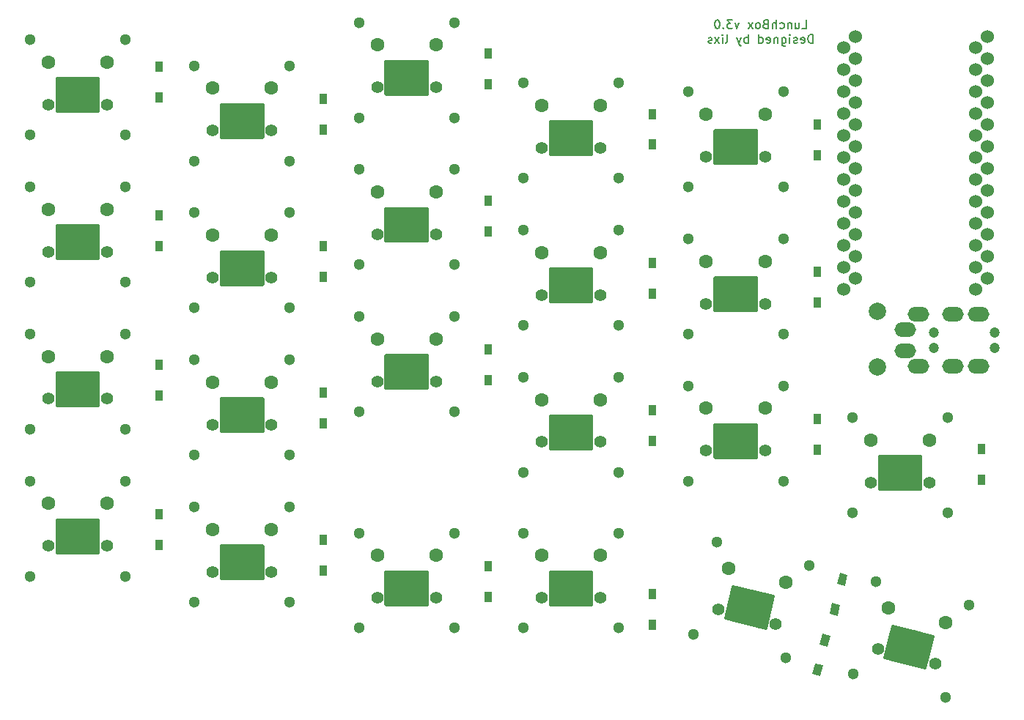
<source format=gbr>
%TF.GenerationSoftware,KiCad,Pcbnew,(5.1.0)-1*%
%TF.CreationDate,2021-02-23T00:32:10+09:00*%
%TF.ProjectId,20200129 thinkeyboardver0,32303230-3031-4323-9920-7468696e6b65,rev?*%
%TF.SameCoordinates,Original*%
%TF.FileFunction,Soldermask,Bot*%
%TF.FilePolarity,Negative*%
%FSLAX46Y46*%
G04 Gerber Fmt 4.6, Leading zero omitted, Abs format (unit mm)*
G04 Created by KiCad (PCBNEW (5.1.0)-1) date 2021-02-23 00:32:10*
%MOMM*%
%LPD*%
G04 APERTURE LIST*
%ADD10C,0.200000*%
%ADD11C,1.600000*%
%ADD12C,1.300000*%
%ADD13C,1.400000*%
%ADD14O,5.100000X4.100000*%
%ADD15O,2.000000X4.100000*%
%ADD16O,0.300000X4.100000*%
%ADD17O,5.100000X0.300000*%
%ADD18C,2.000000*%
%ADD19C,1.200000*%
%ADD20O,2.500000X1.700000*%
%ADD21C,1.524000*%
%ADD22C,4.100000*%
%ADD23C,4.100000*%
%ADD24C,2.000000*%
%ADD25C,0.300000*%
%ADD26C,0.300000*%
%ADD27R,0.950000X1.300000*%
%ADD28C,0.950000*%
%ADD29C,0.100000*%
G04 APERTURE END LIST*
D10*
X175285714Y-66102380D02*
X175761904Y-66102380D01*
X175761904Y-65102380D01*
X174523809Y-65435714D02*
X174523809Y-66102380D01*
X174952380Y-65435714D02*
X174952380Y-65959523D01*
X174904761Y-66054761D01*
X174809523Y-66102380D01*
X174666666Y-66102380D01*
X174571428Y-66054761D01*
X174523809Y-66007142D01*
X174047619Y-65435714D02*
X174047619Y-66102380D01*
X174047619Y-65530952D02*
X174000000Y-65483333D01*
X173904761Y-65435714D01*
X173761904Y-65435714D01*
X173666666Y-65483333D01*
X173619047Y-65578571D01*
X173619047Y-66102380D01*
X172714285Y-66054761D02*
X172809523Y-66102380D01*
X173000000Y-66102380D01*
X173095238Y-66054761D01*
X173142857Y-66007142D01*
X173190476Y-65911904D01*
X173190476Y-65626190D01*
X173142857Y-65530952D01*
X173095238Y-65483333D01*
X173000000Y-65435714D01*
X172809523Y-65435714D01*
X172714285Y-65483333D01*
X172285714Y-66102380D02*
X172285714Y-65102380D01*
X171857142Y-66102380D02*
X171857142Y-65578571D01*
X171904761Y-65483333D01*
X172000000Y-65435714D01*
X172142857Y-65435714D01*
X172238095Y-65483333D01*
X172285714Y-65530952D01*
X171047619Y-65578571D02*
X170904761Y-65626190D01*
X170857142Y-65673809D01*
X170809523Y-65769047D01*
X170809523Y-65911904D01*
X170857142Y-66007142D01*
X170904761Y-66054761D01*
X171000000Y-66102380D01*
X171380952Y-66102380D01*
X171380952Y-65102380D01*
X171047619Y-65102380D01*
X170952380Y-65150000D01*
X170904761Y-65197619D01*
X170857142Y-65292857D01*
X170857142Y-65388095D01*
X170904761Y-65483333D01*
X170952380Y-65530952D01*
X171047619Y-65578571D01*
X171380952Y-65578571D01*
X170238095Y-66102380D02*
X170333333Y-66054761D01*
X170380952Y-66007142D01*
X170428571Y-65911904D01*
X170428571Y-65626190D01*
X170380952Y-65530952D01*
X170333333Y-65483333D01*
X170238095Y-65435714D01*
X170095238Y-65435714D01*
X170000000Y-65483333D01*
X169952380Y-65530952D01*
X169904761Y-65626190D01*
X169904761Y-65911904D01*
X169952380Y-66007142D01*
X170000000Y-66054761D01*
X170095238Y-66102380D01*
X170238095Y-66102380D01*
X169571428Y-66102380D02*
X169047619Y-65435714D01*
X169571428Y-65435714D02*
X169047619Y-66102380D01*
X168000000Y-65435714D02*
X167761904Y-66102380D01*
X167523809Y-65435714D01*
X167238095Y-65102380D02*
X166619047Y-65102380D01*
X166952380Y-65483333D01*
X166809523Y-65483333D01*
X166714285Y-65530952D01*
X166666666Y-65578571D01*
X166619047Y-65673809D01*
X166619047Y-65911904D01*
X166666666Y-66007142D01*
X166714285Y-66054761D01*
X166809523Y-66102380D01*
X167095238Y-66102380D01*
X167190476Y-66054761D01*
X167238095Y-66007142D01*
X166190476Y-66007142D02*
X166142857Y-66054761D01*
X166190476Y-66102380D01*
X166238095Y-66054761D01*
X166190476Y-66007142D01*
X166190476Y-66102380D01*
X165523809Y-65102380D02*
X165428571Y-65102380D01*
X165333333Y-65150000D01*
X165285714Y-65197619D01*
X165238095Y-65292857D01*
X165190476Y-65483333D01*
X165190476Y-65721428D01*
X165238095Y-65911904D01*
X165285714Y-66007142D01*
X165333333Y-66054761D01*
X165428571Y-66102380D01*
X165523809Y-66102380D01*
X165619047Y-66054761D01*
X165666666Y-66007142D01*
X165714285Y-65911904D01*
X165761904Y-65721428D01*
X165761904Y-65483333D01*
X165714285Y-65292857D01*
X165666666Y-65197619D01*
X165619047Y-65150000D01*
X165523809Y-65102380D01*
X176523809Y-67802380D02*
X176523809Y-66802380D01*
X176285714Y-66802380D01*
X176142857Y-66850000D01*
X176047619Y-66945238D01*
X176000000Y-67040476D01*
X175952380Y-67230952D01*
X175952380Y-67373809D01*
X176000000Y-67564285D01*
X176047619Y-67659523D01*
X176142857Y-67754761D01*
X176285714Y-67802380D01*
X176523809Y-67802380D01*
X175142857Y-67754761D02*
X175238095Y-67802380D01*
X175428571Y-67802380D01*
X175523809Y-67754761D01*
X175571428Y-67659523D01*
X175571428Y-67278571D01*
X175523809Y-67183333D01*
X175428571Y-67135714D01*
X175238095Y-67135714D01*
X175142857Y-67183333D01*
X175095238Y-67278571D01*
X175095238Y-67373809D01*
X175571428Y-67469047D01*
X174714285Y-67754761D02*
X174619047Y-67802380D01*
X174428571Y-67802380D01*
X174333333Y-67754761D01*
X174285714Y-67659523D01*
X174285714Y-67611904D01*
X174333333Y-67516666D01*
X174428571Y-67469047D01*
X174571428Y-67469047D01*
X174666666Y-67421428D01*
X174714285Y-67326190D01*
X174714285Y-67278571D01*
X174666666Y-67183333D01*
X174571428Y-67135714D01*
X174428571Y-67135714D01*
X174333333Y-67183333D01*
X173857142Y-67802380D02*
X173857142Y-67135714D01*
X173857142Y-66802380D02*
X173904761Y-66850000D01*
X173857142Y-66897619D01*
X173809523Y-66850000D01*
X173857142Y-66802380D01*
X173857142Y-66897619D01*
X172952380Y-67135714D02*
X172952380Y-67945238D01*
X173000000Y-68040476D01*
X173047619Y-68088095D01*
X173142857Y-68135714D01*
X173285714Y-68135714D01*
X173380952Y-68088095D01*
X172952380Y-67754761D02*
X173047619Y-67802380D01*
X173238095Y-67802380D01*
X173333333Y-67754761D01*
X173380952Y-67707142D01*
X173428571Y-67611904D01*
X173428571Y-67326190D01*
X173380952Y-67230952D01*
X173333333Y-67183333D01*
X173238095Y-67135714D01*
X173047619Y-67135714D01*
X172952380Y-67183333D01*
X172476190Y-67135714D02*
X172476190Y-67802380D01*
X172476190Y-67230952D02*
X172428571Y-67183333D01*
X172333333Y-67135714D01*
X172190476Y-67135714D01*
X172095238Y-67183333D01*
X172047619Y-67278571D01*
X172047619Y-67802380D01*
X171190476Y-67754761D02*
X171285714Y-67802380D01*
X171476190Y-67802380D01*
X171571428Y-67754761D01*
X171619047Y-67659523D01*
X171619047Y-67278571D01*
X171571428Y-67183333D01*
X171476190Y-67135714D01*
X171285714Y-67135714D01*
X171190476Y-67183333D01*
X171142857Y-67278571D01*
X171142857Y-67373809D01*
X171619047Y-67469047D01*
X170285714Y-67802380D02*
X170285714Y-66802380D01*
X170285714Y-67754761D02*
X170380952Y-67802380D01*
X170571428Y-67802380D01*
X170666666Y-67754761D01*
X170714285Y-67707142D01*
X170761904Y-67611904D01*
X170761904Y-67326190D01*
X170714285Y-67230952D01*
X170666666Y-67183333D01*
X170571428Y-67135714D01*
X170380952Y-67135714D01*
X170285714Y-67183333D01*
X169047619Y-67802380D02*
X169047619Y-66802380D01*
X169047619Y-67183333D02*
X168952380Y-67135714D01*
X168761904Y-67135714D01*
X168666666Y-67183333D01*
X168619047Y-67230952D01*
X168571428Y-67326190D01*
X168571428Y-67611904D01*
X168619047Y-67707142D01*
X168666666Y-67754761D01*
X168761904Y-67802380D01*
X168952380Y-67802380D01*
X169047619Y-67754761D01*
X168238095Y-67135714D02*
X168000000Y-67802380D01*
X167761904Y-67135714D02*
X168000000Y-67802380D01*
X168095238Y-68040476D01*
X168142857Y-68088095D01*
X168238095Y-68135714D01*
X166476190Y-67802380D02*
X166571428Y-67754761D01*
X166619047Y-67659523D01*
X166619047Y-66802380D01*
X166095238Y-67802380D02*
X166095238Y-67135714D01*
X166095238Y-66802380D02*
X166142857Y-66850000D01*
X166095238Y-66897619D01*
X166047619Y-66850000D01*
X166095238Y-66802380D01*
X166095238Y-66897619D01*
X165714285Y-67802380D02*
X165190476Y-67135714D01*
X165714285Y-67135714D02*
X165190476Y-67802380D01*
X164857142Y-67754761D02*
X164761904Y-67802380D01*
X164571428Y-67802380D01*
X164476190Y-67754761D01*
X164428571Y-67659523D01*
X164428571Y-67611904D01*
X164476190Y-67516666D01*
X164571428Y-67469047D01*
X164714285Y-67469047D01*
X164809523Y-67421428D01*
X164857142Y-67326190D01*
X164857142Y-67278571D01*
X164809523Y-67183333D01*
X164714285Y-67135714D01*
X164571428Y-67135714D01*
X164476190Y-67183333D01*
D11*
%TO.C,SW14*%
X145199992Y-91999836D03*
D12*
X143099992Y-89399836D03*
X154099992Y-100399836D03*
D13*
X145199992Y-96899836D03*
D12*
X143100000Y-100400000D03*
X154100000Y-89400000D03*
D13*
X152000000Y-96900000D03*
D11*
X152000000Y-92000000D03*
D14*
X148600000Y-95800000D03*
D15*
X150150000Y-95800000D03*
X147050000Y-95800000D03*
D16*
X151000000Y-95800000D03*
X146200000Y-95800000D03*
D17*
X148600000Y-97700000D03*
X148600000Y-93900000D03*
%TD*%
D18*
%TO.C,SW23*%
X184000000Y-98750000D03*
X184000000Y-105250000D03*
%TD*%
D19*
%TO.C,J1*%
X190500000Y-101250000D03*
X197500000Y-101250000D03*
D20*
X188700000Y-99150000D03*
X187200000Y-103350000D03*
X195700000Y-99150000D03*
X192700000Y-99150000D03*
D19*
X197500000Y-103000000D03*
X190500000Y-103000000D03*
D20*
X195700000Y-105100000D03*
X192700000Y-105100000D03*
X188700000Y-105100000D03*
X187200000Y-100900000D03*
%TD*%
D11*
%TO.C,SW1*%
X88199992Y-69999836D03*
D12*
X86099992Y-67399836D03*
X97099992Y-78399836D03*
D13*
X88199992Y-74899836D03*
D12*
X86100000Y-78400000D03*
X97100000Y-67400000D03*
D13*
X95000000Y-74900000D03*
D11*
X95000000Y-70000000D03*
D14*
X91600000Y-73800000D03*
D15*
X93150000Y-73800000D03*
X90050000Y-73800000D03*
D16*
X94000000Y-73800000D03*
X89200000Y-73800000D03*
D17*
X91600000Y-75700000D03*
X91600000Y-71900000D03*
%TD*%
%TO.C,SW2*%
X91600000Y-88900000D03*
X91600000Y-92700000D03*
D16*
X89200000Y-90800000D03*
X94000000Y-90800000D03*
D15*
X90050000Y-90800000D03*
X93150000Y-90800000D03*
D14*
X91600000Y-90800000D03*
D11*
X95000000Y-87000000D03*
D13*
X95000000Y-91900000D03*
D12*
X97100000Y-84400000D03*
X86100000Y-95400000D03*
D13*
X88199992Y-91899836D03*
D12*
X97099992Y-95399836D03*
X86099992Y-84399836D03*
D11*
X88199992Y-86999836D03*
%TD*%
%TO.C,SW3*%
X88199992Y-103999836D03*
D12*
X86099992Y-101399836D03*
X97099992Y-112399836D03*
D13*
X88199992Y-108899836D03*
D12*
X86100000Y-112400000D03*
X97100000Y-101400000D03*
D13*
X95000000Y-108900000D03*
D11*
X95000000Y-104000000D03*
D14*
X91600000Y-107800000D03*
D15*
X93150000Y-107800000D03*
X90050000Y-107800000D03*
D16*
X94000000Y-107800000D03*
X89200000Y-107800000D03*
D17*
X91600000Y-109700000D03*
X91600000Y-105900000D03*
%TD*%
%TO.C,SW4*%
X91600000Y-122900164D03*
X91600000Y-126700164D03*
D16*
X89200000Y-124800164D03*
X94000000Y-124800164D03*
D15*
X90050000Y-124800164D03*
X93150000Y-124800164D03*
D14*
X91600000Y-124800164D03*
D11*
X95000000Y-121000164D03*
D13*
X95000000Y-125900164D03*
D12*
X97100000Y-118400164D03*
X86100000Y-129400164D03*
D13*
X88199992Y-125900000D03*
D12*
X97099992Y-129400000D03*
X86099992Y-118400000D03*
D11*
X88199992Y-121000000D03*
%TD*%
%TO.C,SW5*%
X107199992Y-72999836D03*
D12*
X105099992Y-70399836D03*
X116099992Y-81399836D03*
D13*
X107199992Y-77899836D03*
D12*
X105100000Y-81400000D03*
X116100000Y-70400000D03*
D13*
X114000000Y-77900000D03*
D11*
X114000000Y-73000000D03*
D14*
X110600000Y-76800000D03*
D15*
X112150000Y-76800000D03*
X109050000Y-76800000D03*
D16*
X113000000Y-76800000D03*
X108200000Y-76800000D03*
D17*
X110600000Y-78700000D03*
X110600000Y-74900000D03*
%TD*%
%TO.C,SW6*%
X110600000Y-91900000D03*
X110600000Y-95700000D03*
D16*
X108200000Y-93800000D03*
X113000000Y-93800000D03*
D15*
X109050000Y-93800000D03*
X112150000Y-93800000D03*
D14*
X110600000Y-93800000D03*
D11*
X114000000Y-90000000D03*
D13*
X114000000Y-94900000D03*
D12*
X116100000Y-87400000D03*
X105100000Y-98400000D03*
D13*
X107199992Y-94899836D03*
D12*
X116099992Y-98399836D03*
X105099992Y-87399836D03*
D11*
X107199992Y-89999836D03*
%TD*%
%TO.C,SW7*%
X107199992Y-106999836D03*
D12*
X105099992Y-104399836D03*
X116099992Y-115399836D03*
D13*
X107199992Y-111899836D03*
D12*
X105100000Y-115400000D03*
X116100000Y-104400000D03*
D13*
X114000000Y-111900000D03*
D11*
X114000000Y-107000000D03*
D14*
X110600000Y-110800000D03*
D15*
X112150000Y-110800000D03*
X109050000Y-110800000D03*
D16*
X113000000Y-110800000D03*
X108200000Y-110800000D03*
D17*
X110600000Y-112700000D03*
X110600000Y-108900000D03*
%TD*%
%TO.C,SW8*%
X110600000Y-125900000D03*
X110600000Y-129700000D03*
D16*
X108200000Y-127800000D03*
X113000000Y-127800000D03*
D15*
X109050000Y-127800000D03*
X112150000Y-127800000D03*
D14*
X110600000Y-127800000D03*
D11*
X114000000Y-124000000D03*
D13*
X114000000Y-128900000D03*
D12*
X116100000Y-121400000D03*
X105100000Y-132400000D03*
D13*
X107199992Y-128899836D03*
D12*
X116099992Y-132399836D03*
X105099992Y-121399836D03*
D11*
X107199992Y-123999836D03*
%TD*%
%TO.C,SW9*%
X126199992Y-67999836D03*
D12*
X124099992Y-65399836D03*
X135099992Y-76399836D03*
D13*
X126199992Y-72899836D03*
D12*
X124100000Y-76400000D03*
X135100000Y-65400000D03*
D13*
X133000000Y-72900000D03*
D11*
X133000000Y-68000000D03*
D14*
X129600000Y-71800000D03*
D15*
X131150000Y-71800000D03*
X128050000Y-71800000D03*
D16*
X132000000Y-71800000D03*
X127200000Y-71800000D03*
D17*
X129600000Y-73700000D03*
X129600000Y-69900000D03*
%TD*%
%TO.C,SW10*%
X129600000Y-86900000D03*
X129600000Y-90700000D03*
D16*
X127200000Y-88800000D03*
X132000000Y-88800000D03*
D15*
X128050000Y-88800000D03*
X131150000Y-88800000D03*
D14*
X129600000Y-88800000D03*
D11*
X133000000Y-85000000D03*
D13*
X133000000Y-89900000D03*
D12*
X135100000Y-82400000D03*
X124100000Y-93400000D03*
D13*
X126199992Y-89899836D03*
D12*
X135099992Y-93399836D03*
X124099992Y-82399836D03*
D11*
X126199992Y-84999836D03*
%TD*%
%TO.C,SW11*%
X126199992Y-101999836D03*
D12*
X124099992Y-99399836D03*
X135099992Y-110399836D03*
D13*
X126199992Y-106899836D03*
D12*
X124100000Y-110400000D03*
X135100000Y-99400000D03*
D13*
X133000000Y-106900000D03*
D11*
X133000000Y-102000000D03*
D14*
X129600000Y-105800000D03*
D15*
X131150000Y-105800000D03*
X128050000Y-105800000D03*
D16*
X132000000Y-105800000D03*
X127200000Y-105800000D03*
D17*
X129600000Y-107700000D03*
X129600000Y-103900000D03*
%TD*%
%TO.C,SW12*%
X129600000Y-128900000D03*
X129600000Y-132700000D03*
D16*
X127200000Y-130800000D03*
X132000000Y-130800000D03*
D15*
X128050000Y-130800000D03*
X131150000Y-130800000D03*
D14*
X129600000Y-130800000D03*
D11*
X133000000Y-127000000D03*
D13*
X133000000Y-131900000D03*
D12*
X135100000Y-124400000D03*
X124100000Y-135400000D03*
D13*
X126199992Y-131899836D03*
D12*
X135099992Y-135399836D03*
X124099992Y-124399836D03*
D11*
X126199992Y-126999836D03*
%TD*%
D17*
%TO.C,SW13*%
X148600000Y-76900000D03*
X148600000Y-80700000D03*
D16*
X146200000Y-78800000D03*
X151000000Y-78800000D03*
D15*
X147050000Y-78800000D03*
X150150000Y-78800000D03*
D14*
X148600000Y-78800000D03*
D11*
X152000000Y-75000000D03*
D13*
X152000000Y-79900000D03*
D12*
X154100000Y-72400000D03*
X143100000Y-83400000D03*
D13*
X145199992Y-79899836D03*
D12*
X154099992Y-83399836D03*
X143099992Y-72399836D03*
D11*
X145199992Y-74999836D03*
%TD*%
D17*
%TO.C,SW15*%
X148600000Y-110900000D03*
X148600000Y-114700000D03*
D16*
X146200000Y-112800000D03*
X151000000Y-112800000D03*
D15*
X147050000Y-112800000D03*
X150150000Y-112800000D03*
D14*
X148600000Y-112800000D03*
D11*
X152000000Y-109000000D03*
D13*
X152000000Y-113900000D03*
D12*
X154100000Y-106400000D03*
X143100000Y-117400000D03*
D13*
X145199992Y-113899836D03*
D12*
X154099992Y-117399836D03*
X143099992Y-106399836D03*
D11*
X145199992Y-108999836D03*
%TD*%
%TO.C,SW16*%
X145199992Y-126999836D03*
D12*
X143099992Y-124399836D03*
X154099992Y-135399836D03*
D13*
X145199992Y-131899836D03*
D12*
X143100000Y-135400000D03*
X154100000Y-124400000D03*
D13*
X152000000Y-131900000D03*
D11*
X152000000Y-127000000D03*
D14*
X148600000Y-130800000D03*
D15*
X150150000Y-130800000D03*
X147050000Y-130800000D03*
D16*
X151000000Y-130800000D03*
X146200000Y-130800000D03*
D17*
X148600000Y-132700000D03*
X148600000Y-128900000D03*
%TD*%
D11*
%TO.C,SW17*%
X164199992Y-75999836D03*
D12*
X162099992Y-73399836D03*
X173099992Y-84399836D03*
D13*
X164199992Y-80899836D03*
D12*
X162100000Y-84400000D03*
X173100000Y-73400000D03*
D13*
X171000000Y-80900000D03*
D11*
X171000000Y-76000000D03*
D14*
X167600000Y-79800000D03*
D15*
X169150000Y-79800000D03*
X166050000Y-79800000D03*
D16*
X170000000Y-79800000D03*
X165200000Y-79800000D03*
D17*
X167600000Y-81700000D03*
X167600000Y-77900000D03*
%TD*%
%TO.C,SW18*%
X167600000Y-94900000D03*
X167600000Y-98700000D03*
D16*
X165200000Y-96800000D03*
X170000000Y-96800000D03*
D15*
X166050000Y-96800000D03*
X169150000Y-96800000D03*
D14*
X167600000Y-96800000D03*
D11*
X171000000Y-93000000D03*
D13*
X171000000Y-97900000D03*
D12*
X173100000Y-90400000D03*
X162100000Y-101400000D03*
D13*
X164199992Y-97899836D03*
D12*
X173099992Y-101399836D03*
X162099992Y-90399836D03*
D11*
X164199992Y-92999836D03*
%TD*%
D17*
%TO.C,SW19*%
X167600000Y-111900000D03*
X167600000Y-115700000D03*
D16*
X165200000Y-113800000D03*
X170000000Y-113800000D03*
D15*
X166050000Y-113800000D03*
X169150000Y-113800000D03*
D14*
X167600000Y-113800000D03*
D11*
X171000000Y-110000000D03*
D13*
X171000000Y-114900000D03*
D12*
X173100000Y-107400000D03*
X162100000Y-118400000D03*
D13*
X164199992Y-114899836D03*
D12*
X173099992Y-118399836D03*
X162099992Y-107399836D03*
D11*
X164199992Y-109999836D03*
%TD*%
D17*
%TO.C,SW21*%
X186600000Y-115580000D03*
X186600000Y-119380000D03*
D16*
X184200000Y-117480000D03*
X189000000Y-117480000D03*
D15*
X185050000Y-117480000D03*
X188150000Y-117480000D03*
D14*
X186600000Y-117480000D03*
D11*
X190000000Y-113680000D03*
D13*
X190000000Y-118580000D03*
D12*
X192100000Y-111080000D03*
X181100000Y-122080000D03*
D13*
X183199992Y-118579836D03*
D12*
X192099992Y-122079836D03*
X181099992Y-111079836D03*
D11*
X183199992Y-113679836D03*
%TD*%
D21*
%TO.C,U1*%
X181436400Y-67022000D03*
X181436400Y-69562000D03*
X181436400Y-72102000D03*
X181436400Y-74642000D03*
X181436400Y-77182000D03*
X181436400Y-79722000D03*
X181436400Y-82262000D03*
X181436400Y-84802000D03*
X181436400Y-87342000D03*
X181436400Y-89882000D03*
X181436400Y-92422000D03*
X181436400Y-94962000D03*
X196656400Y-94962000D03*
X196656400Y-92422000D03*
X196656400Y-89882000D03*
X196656400Y-87342000D03*
X196656400Y-84802000D03*
X196656400Y-82262000D03*
X196656400Y-79722000D03*
X196656400Y-77182000D03*
X196656400Y-74642000D03*
X196656400Y-72102000D03*
X196656400Y-69562000D03*
X196656400Y-67022000D03*
X180110000Y-68292000D03*
X180110000Y-70832000D03*
X180110000Y-73372000D03*
X180110000Y-75912000D03*
X180110000Y-78452000D03*
X180110000Y-80992000D03*
X180110000Y-83532000D03*
X180110000Y-86072000D03*
X180110000Y-88612000D03*
X180110000Y-91152000D03*
X180110000Y-93692000D03*
X180110000Y-96232000D03*
X195350000Y-96232000D03*
X195350000Y-93692000D03*
X195350000Y-91152000D03*
X195350000Y-88612000D03*
X195350000Y-86072000D03*
X195350000Y-83532000D03*
X195350000Y-80992000D03*
X195350000Y-78452000D03*
X195350000Y-75912000D03*
X195350000Y-73372000D03*
X195350000Y-70832000D03*
X195350000Y-68292000D03*
%TD*%
D11*
%TO.C,SW20*%
X166823224Y-128498843D03*
D12*
X165414600Y-125468038D03*
X173426712Y-138802432D03*
D13*
X165637807Y-133253292D03*
D12*
X162753427Y-136141452D03*
X176087821Y-128129340D03*
D13*
X172235786Y-134898522D03*
D11*
X173421203Y-130144073D03*
D22*
X169202894Y-133008662D03*
D23*
X168717746Y-132887701D02*
X169688042Y-133129623D01*
D18*
X170706853Y-133383641D03*
D24*
X170960871Y-132364830D02*
X170452835Y-134402452D01*
D18*
X167698936Y-132633683D03*
D24*
X167952954Y-131614872D02*
X167444918Y-133652494D01*
D25*
X171531604Y-133589275D03*
D26*
X171991256Y-131745713D02*
X171071952Y-135432837D01*
D25*
X166874185Y-132428050D03*
D26*
X167333837Y-130584488D02*
X166414533Y-134271612D01*
D25*
X168743243Y-134852224D03*
D26*
X166414533Y-134271611D02*
X171071953Y-135432837D01*
D25*
X169662546Y-131165100D03*
D26*
X167333836Y-130584487D02*
X171991256Y-131745713D01*
%TD*%
D25*
%TO.C,SW22*%
X188098165Y-135761616D03*
D26*
X185769455Y-135181003D02*
X190426875Y-136342229D01*
D25*
X187178862Y-139448740D03*
D26*
X184850152Y-138868127D02*
X189507572Y-140029353D01*
D25*
X185309804Y-137024566D03*
D26*
X185769456Y-135181004D02*
X184850152Y-138868128D01*
D25*
X189967223Y-138185791D03*
D26*
X190426875Y-136342229D02*
X189507571Y-140029353D01*
D18*
X186134555Y-137230199D03*
D24*
X186388573Y-136211388D02*
X185880537Y-138249010D01*
D18*
X189142472Y-137980157D03*
D24*
X189396490Y-136961346D02*
X188888454Y-138998968D01*
D22*
X187638513Y-137605178D03*
D23*
X187153365Y-137484217D02*
X188123661Y-137726139D01*
D11*
X191856822Y-134740589D03*
D13*
X190671405Y-139495038D03*
D12*
X194523440Y-132725856D03*
X181189046Y-140737968D03*
D13*
X184073426Y-137849808D03*
D12*
X191862331Y-143398948D03*
X183850219Y-130064554D03*
D11*
X185258843Y-133095359D03*
%TD*%
D27*
%TO.C,D1*%
X101000000Y-70475000D03*
X101000000Y-74025000D03*
%TD*%
%TO.C,D2*%
X101000000Y-87725000D03*
X101000000Y-91275000D03*
%TD*%
%TO.C,D3*%
X101000000Y-108525000D03*
X101000000Y-104975000D03*
%TD*%
%TO.C,D4*%
X101000000Y-125775000D03*
X101000000Y-122225000D03*
%TD*%
%TO.C,D5*%
X120000000Y-77775000D03*
X120000000Y-74225000D03*
%TD*%
%TO.C,D6*%
X120000000Y-94775000D03*
X120000000Y-91225000D03*
%TD*%
%TO.C,D7*%
X120000000Y-111775000D03*
X120000000Y-108225000D03*
%TD*%
%TO.C,D8*%
X120000000Y-128775000D03*
X120000000Y-125225000D03*
%TD*%
%TO.C,D9*%
X139000000Y-68975000D03*
X139000000Y-72525000D03*
%TD*%
%TO.C,D10*%
X139000000Y-85975000D03*
X139000000Y-89525000D03*
%TD*%
%TO.C,D11*%
X139000000Y-106775000D03*
X139000000Y-103225000D03*
%TD*%
%TO.C,D12*%
X139000000Y-128225000D03*
X139000000Y-131775000D03*
%TD*%
%TO.C,D13*%
X158000000Y-75975000D03*
X158000000Y-79525000D03*
%TD*%
%TO.C,D14*%
X158000000Y-96775000D03*
X158000000Y-93225000D03*
%TD*%
%TO.C,D15*%
X158000000Y-110225000D03*
X158000000Y-113775000D03*
%TD*%
%TO.C,D16*%
X158000000Y-135025000D03*
X158000000Y-131475000D03*
%TD*%
%TO.C,D17*%
X177000000Y-77225000D03*
X177000000Y-80775000D03*
%TD*%
%TO.C,D18*%
X177000000Y-97775000D03*
X177000000Y-94225000D03*
%TD*%
%TO.C,D19*%
X177000000Y-114775000D03*
X177000000Y-111225000D03*
%TD*%
D28*
%TO.C,D20*%
X177929411Y-136777725D03*
D29*
G36*
X177625770Y-136032120D02*
G01*
X178547551Y-136261946D01*
X178233052Y-137523330D01*
X177311271Y-137293504D01*
X177625770Y-136032120D01*
X177625770Y-136032120D01*
G37*
D28*
X177070589Y-140222275D03*
D29*
G36*
X176766948Y-139476670D02*
G01*
X177688729Y-139706496D01*
X177374230Y-140967880D01*
X176452449Y-140738054D01*
X176766948Y-139476670D01*
X176766948Y-139476670D01*
G37*
%TD*%
D27*
%TO.C,D21*%
X196000000Y-114725000D03*
X196000000Y-118275000D03*
%TD*%
D28*
%TO.C,D22*%
X179929411Y-129777725D03*
D29*
G36*
X179625770Y-129032120D02*
G01*
X180547551Y-129261946D01*
X180233052Y-130523330D01*
X179311271Y-130293504D01*
X179625770Y-129032120D01*
X179625770Y-129032120D01*
G37*
D28*
X179070589Y-133222275D03*
D29*
G36*
X178766948Y-132476670D02*
G01*
X179688729Y-132706496D01*
X179374230Y-133967880D01*
X178452449Y-133738054D01*
X178766948Y-132476670D01*
X178766948Y-132476670D01*
G37*
%TD*%
M02*

</source>
